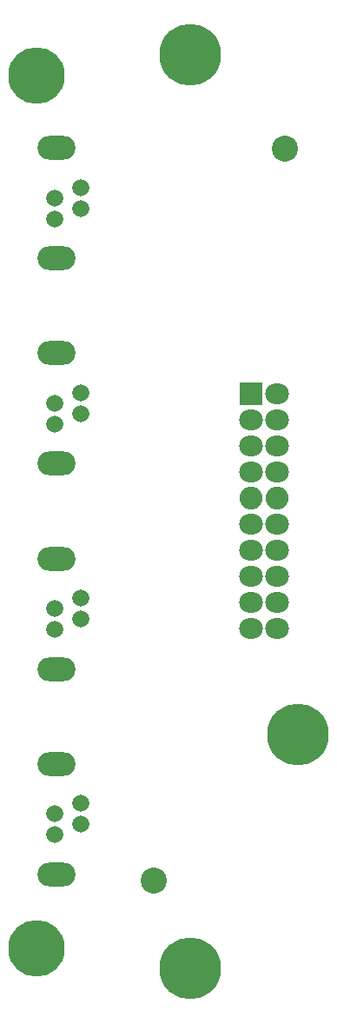
<source format=gts>
G04 #@! TF.FileFunction,Soldermask,Top*
%FSLAX46Y46*%
G04 Gerber Fmt 4.6, Leading zero omitted, Abs format (unit mm)*
G04 Created by KiCad (PCBNEW 4.0.4+e1-6308~48~ubuntu15.10.1-stable) date Fri Nov 17 08:48:54 2017*
%MOMM*%
%LPD*%
G01*
G04 APERTURE LIST*
%ADD10C,0.150000*%
%ADD11C,6.008000*%
%ADD12C,5.508000*%
%ADD13C,2.540000*%
%ADD14R,2.235200X2.235200*%
%ADD15O,2.308000X2.008000*%
%ADD16O,2.235200X2.235200*%
%ADD17C,1.668000*%
%ADD18O,3.708000X2.308000*%
G04 APERTURE END LIST*
D10*
D11*
X80772000Y-51296000D03*
X80772000Y-140296000D03*
D12*
X65772000Y-138296000D03*
X65772000Y-53296000D03*
D13*
X77190600Y-131711700D03*
X89966800Y-60401200D03*
D14*
X86671200Y-84290000D03*
D15*
X89211200Y-84290000D03*
X86671200Y-86830000D03*
X89211200Y-86830000D03*
X86671200Y-89370000D03*
X89211200Y-89370000D03*
X86671200Y-91910000D03*
X89211200Y-91910000D03*
D16*
X86671200Y-94450000D03*
X89211200Y-94450000D03*
D15*
X86671200Y-96990000D03*
X89211200Y-96990000D03*
X86671200Y-99530000D03*
X89211200Y-99530000D03*
X86671200Y-102070000D03*
X89211200Y-102070000D03*
X86671200Y-104610000D03*
X89211200Y-104610000D03*
X86671200Y-107150000D03*
X89211200Y-107150000D03*
D11*
X91287600Y-117449600D03*
D17*
X70081200Y-126230000D03*
X70081200Y-124190000D03*
X67531200Y-125210000D03*
X67531200Y-127250000D03*
D18*
X67731200Y-131100000D03*
X67731200Y-120340000D03*
D17*
X70081200Y-106230000D03*
X70081200Y-104190000D03*
X67531200Y-105210000D03*
X67531200Y-107250000D03*
D18*
X67731200Y-111100000D03*
X67731200Y-100340000D03*
D17*
X70081200Y-86230000D03*
X70081200Y-84190000D03*
X67531200Y-85210000D03*
X67531200Y-87250000D03*
D18*
X67731200Y-91100000D03*
X67731200Y-80340000D03*
D17*
X70081200Y-66230000D03*
X70081200Y-64190000D03*
X67531200Y-65210000D03*
X67531200Y-67250000D03*
D18*
X67731200Y-71100000D03*
X67731200Y-60340000D03*
M02*

</source>
